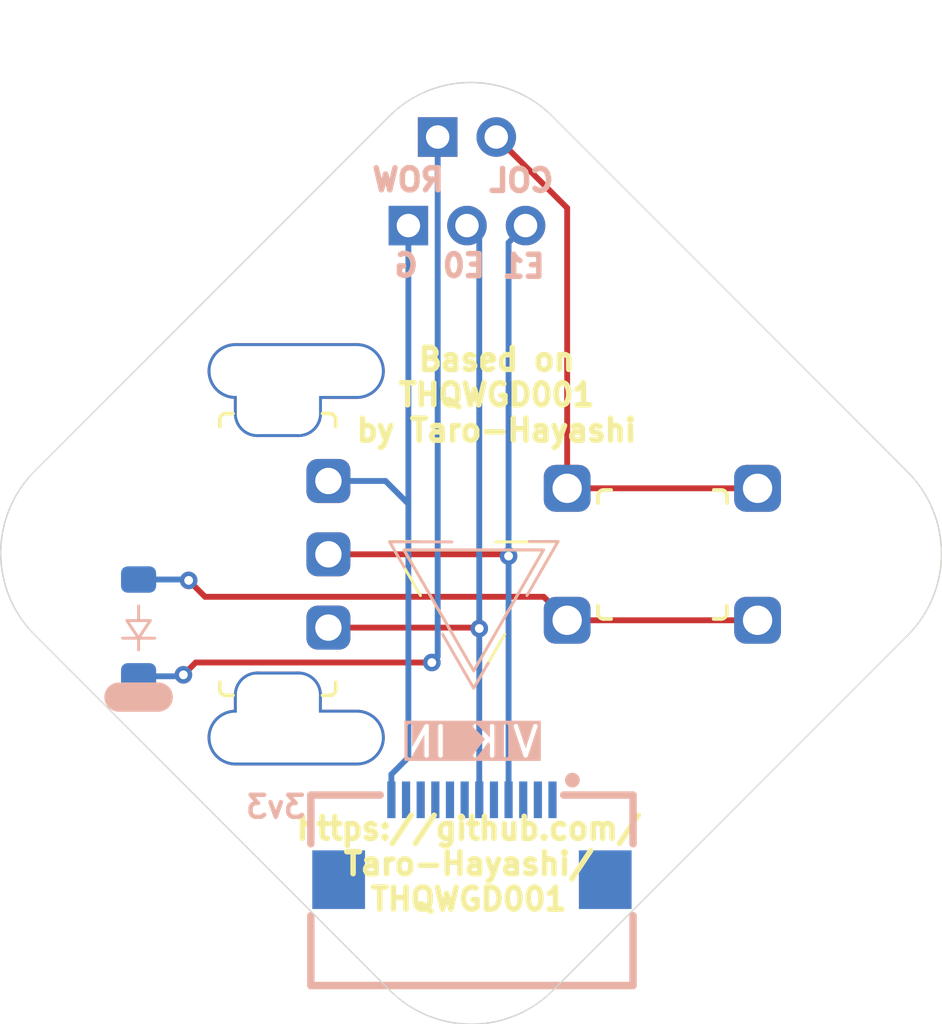
<source format=kicad_pcb>
(kicad_pcb (version 20241229) (generator "pcbnew") (generator_version "9.0")
  (layers (0 "F.Cu" signal) (2 "B.Cu" signal) (13 "F.Paste" user) (15 "B.Paste" user) (5 "F.SilkS" user "F.Silkscreen") (7 "B.SilkS" user "B.Silkscreen") (1 "F.Mask" user) (3 "B.Mask" user) (25 "Edge.Cuts" user))
  (net 0 "")
  (net 1 "ROW")
  (net 2 "Net-(D1-A)")
  (net 4 "ENC1")
  (net 8 "GND")
  (net 14 "ENC0")
  (net 15 "COL")
  (footprint "Connector_PinHeader_2.00mm:PinHeader_1x02_P2.00mm_Vertical" (layer "F.Cu") (at 125.23 69.79 90)
    (property "Reference" "J2" (hide yes))
    (property "Value" "Conn_01x02")
    (pad "1" thru_hole rect (at 0 0 90) (size 1.35 1.35) (drill 0.8) (layers "*.Cu" "*.Mask") (net 1 "ROW"))
    (pad "2" thru_hole circle (at 0 2 90) (size 1.35 1.35) (drill 0.8) (layers "*.Cu" "*.Mask") (net 15 "COL"))
  )
  (footprint "MountingHole:MountingHole_2.2mm_M2_ISO7380" (layer "F.Cu") (at 112.595129 82.848498 45)
    (property "Reference" "REF**" (hide yes))
    (property "Value" "MountingHole_2.2mm_M2_ISO7380" (hide yes))
    (pad "" np_thru_hole circle (at 0 0 45) (size 2.2 2.2) (drill 2.2) (layers "*.Cu" "*.Mask"))
  )
  (footprint "THQWGD001-RollerVIK:THQWGD001C [4pin] #1" (layer "F.Cu") (at 126.4 84.02)
    (property "Reference" "R1" (hide yes))
    (property "Value" "~" (hide yes))
    (fp_line (start -8.605 -4.6) (end -8.605 -4.35) (stroke (width 0.127)) (layer "F.SilkS"))
    (fp_line (start -8.605 4.61) (end -8.605 4.36) (stroke (width 0.127)) (layer "F.SilkS"))
    (fp_line (start -8.405 -4.8) (end -8.155 -4.8) (stroke (width 0.127)) (layer "F.SilkS"))
    (fp_line (start -8.405 4.81) (end -8.155 4.81) (stroke (width 0.127)) (layer "F.SilkS"))
    (fp_line (start -4.85 -4.8) (end -5.1 -4.8) (stroke (width 0.127)) (layer "F.SilkS"))
    (fp_line (start -4.85 4.81) (end -5.1 4.81) (stroke (width 0.127)) (layer "F.SilkS"))
    (fp_line (start -4.65 -4.6) (end -4.65 -4.35) (stroke (width 0.127)) (layer "F.SilkS"))
    (fp_line (start -4.65 4.61) (end -4.65 4.36) (stroke (width 0.127)) (layer "F.SilkS"))
    (fp_line (start 4.3 -1.995) (end 4.3 -1.745) (stroke (width 0.127)) (layer "F.SilkS"))
    (fp_line (start 4.3 2.005) (end 4.3 1.755) (stroke (width 0.127)) (layer "F.SilkS"))
    (fp_line (start 4.5 -2.195) (end 4.75 -2.195) (stroke (width 0.127)) (layer "F.SilkS"))
    (fp_line (start 4.5 2.205) (end 4.75 2.205) (stroke (width 0.127)) (layer "F.SilkS"))
    (fp_line (start 8.5 2.205) (end 8.25 2.205) (stroke (width 0.127)) (layer "F.SilkS"))
    (fp_line (start 8.506904 -2.195) (end 8.256904 -2.195) (stroke (width 0.127)) (layer "F.SilkS"))
    (fp_line (start 8.7 2.005) (end 8.7 1.755) (stroke (width 0.127)) (layer "F.SilkS"))
    (fp_line (start 8.706904 -1.995) (end 8.706904 -1.745) (stroke (width 0.127)) (layer "F.SilkS"))
    (fp_arc (start -8.605 -4.6) (mid -8.546421 -4.741421) (end -8.405 -4.8) (stroke (width 0.127)) (layer "F.SilkS"))
    (fp_arc (start -8.405 4.81) (mid -8.54642 4.75142) (end -8.605 4.61) (stroke (width 0.127)) (layer "F.SilkS"))
    (fp_arc (start -4.85 -4.8) (mid -4.70858 -4.74142) (end -4.65 -4.6) (stroke (width 0.127)) (layer "F.SilkS"))
    (fp_arc (start -4.65 4.61) (mid -4.708579 4.751421) (end -4.85 4.81) (stroke (width 0.127)) (layer "F.SilkS"))
    (fp_arc (start 4.3 -1.995) (mid 4.358579 -2.136421) (end 4.5 -2.195) (stroke (width 0.127)) (layer "F.SilkS"))
    (fp_arc (start 4.500001 2.204999) (mid 4.358579 2.146421) (end 4.300001 2.004999) (stroke (width 0.127)) (layer "F.SilkS"))
    (fp_arc (start 8.506904 -2.195) (mid 8.648323 -2.13642) (end 8.706904 -1.995) (stroke (width 0.127)) (layer "F.SilkS"))
    (fp_arc (start 8.7 2.005) (mid 8.641421 2.146421) (end 8.5 2.205) (stroke (width 0.127)) (layer "F.SilkS"))
    (pad "" thru_hole oval (at -7.325 -5.1 270) (size 2.2 1.6) (drill oval 2 1.4) (layers "*.Cu" "*.Mask"))
    (pad "" thru_hole oval (at -7.325 5.1 270) (size 2.2 1.6) (drill oval 2 1.4) (layers "*.Cu" "*.Mask"))
    (pad "" thru_hole oval (at -6.625 -4.8 180) (size 3 1.6) (drill oval 2.8 1.4) (layers "*.Cu" "*.Mask"))
    (pad "" thru_hole oval (at -6.625 4.8) (size 3 1.6) (drill oval 2.8 1.4) (layers "*.Cu" "*.Mask"))
    (pad "" thru_hole oval (at -6 -6.25 270) (size 1.9 6.05) (drill oval 1.7 5.85) (layers "*.Cu" "*.Mask"))
    (pad "" thru_hole oval (at -6 6.25 270) (size 1.9 6.05) (drill oval 1.7 5.85) (layers "*.Cu" "*.Mask"))
    (pad "" thru_hole oval (at -5.925 5.1 270) (size 2.2 1.6) (drill oval 2 1.4) (layers "*.Cu" "*.Mask"))
    (pad "" thru_hole oval (at -5.92 -5.1 270) (size 2.2 1.6) (drill oval 2 1.4) (layers "*.Cu" "*.Mask"))
    (pad "" np_thru_hole circle (at 7 -5) (size 2.05 2.05) (drill 2.05) (layers "*.Cu" "*.Mask"))
    (pad "" np_thru_hole circle (at 7 5) (size 2.05 2.05) (drill 2.05) (layers "*.Cu" "*.Mask"))
    (pad "1" thru_hole roundrect (at 3.25 -2.25) (size 1.6 1.6) (drill 1) (layers "*.Cu" "B.Mask") (net 15 "COL"))
    (pad "1" thru_hole roundrect (at 9.75 -2.25) (size 1.6 1.6) (drill 1) (layers "*.Cu" "B.Mask") (net 15 "COL"))
    (pad "2" thru_hole roundrect (at 3.25 2.25) (size 1.6 1.6) (drill 1) (layers "*.Cu" "B.Mask") (net 2 "Net-(D1-A)"))
    (pad "2" thru_hole roundrect (at 9.75 2.25) (size 1.6 1.6) (drill 1) (layers "*.Cu" "B.Mask") (net 2 "Net-(D1-A)"))
    (pad "A" thru_hole roundrect (at -4.9 2.5 90) (size 1.5 1.5) (drill 0.9) (layers "*.Cu" "B.Mask") (net 14 "ENC0"))
    (pad "B" thru_hole roundrect (at -4.9 0 90) (size 1.5 1.5) (drill 0.9) (layers "*.Cu" "B.Mask") (net 4 "ENC1"))
    (pad "C" thru_hole roundrect (at -4.9 -2.5 90) (size 1.5 1.5) (drill 0.9) (layers "*.Cu" "B.Mask") (net 8 "GND"))
  )
  (footprint "THQWGD001-RollerVIK:vik-logo-small" (layer "F.Cu") (at 126.46 85.39)
    (property "Reference" "REF**")
    (property "Value" "vik-logo-small")
    (fp_line (start -2.880161 -1.806346) (end -1.892323 -1.805976) (stroke (width 0.1)) (layer "F.SilkS"))
    (fp_line (start -2.383804 -1.52) (end 2.38 -1.52) (stroke (width 0.1)) (layer "F.SilkS"))
    (fp_line (start -1.815689 0.036813) (end -2.880161 -1.806346) (stroke (width 0.1)) (layer "F.SilkS"))
    (fp_line (start -0.001902 2.605575) (end -2.383804 -1.52) (stroke (width 0.1)) (layer "F.SilkS"))
    (fp_line (start 0.000114 3.195112) (end -0.493459 2.339419) (stroke (width 0.1)) (layer "F.SilkS"))
    (fp_line (start 0.741256 -1.793386) (end 2.869715 -1.793686) (stroke (width 0.1)) (layer "F.SilkS"))
    (fp_line (start 1.064084 1.351662) (end 0.000114 3.195112) (stroke (width 0.1)) (layer "F.SilkS"))
    (fp_line (start 2.38 -1.52) (end -0.001902 2.605575) (stroke (width 0.1)) (layer "F.SilkS"))
    (fp_line (start 2.869715 -1.793686) (end 2.375449 -0.938393) (stroke (width 0.1)) (layer "F.SilkS"))
  )
  (footprint "Connector_PinHeader_2.00mm:PinHeader_1x03_P2.00mm_Vertical" (layer "F.Cu") (at 124.23 72.81 90)
    (property "Reference" "J3" (hide yes))
    (property "Value" "Conn_01x03")
    (pad "1" thru_hole rect (at 0 0 90) (size 1.35 1.35) (drill 0.8) (layers "*.Cu" "*.Mask") (net 8 "GND"))
    (pad "2" thru_hole circle (at 0 2 90) (size 1.35 1.35) (drill 0.8) (layers "*.Cu" "*.Mask") (net 14 "ENC0"))
    (pad "3" thru_hole circle (at 0 4 90) (size 1.35 1.35) (drill 0.8) (layers "*.Cu" "*.Mask") (net 4 "ENC1"))
  )
  (footprint "MountingHole:MountingHole_2.2mm_M2_ISO7380" (layer "F.Cu") (at 140.158152 84.969818 135)
    (property "Reference" "REF**" (hide yes))
    (property "Value" "MountingHole_2.2mm_M2_ISO7380" (hide yes))
    (pad "" np_thru_hole circle (at 0 0 135) (size 2.2 2.2) (drill 2.2) (layers "*.Cu" "*.Mask"))
  )
  (footprint "THQWGD001-RollerVIK:vik-module-connector-horizontal" (layer "B.Cu") (at 126.4 94.43 180)
    (property "Reference" "J1" (hide yes))
    (property "Value" "vik-module-connector")
    (fp_line (start 5.5 2.2) (end 3.131 2.2) (stroke (width 0.254)) (layer "B.SilkS"))
    (fp_line (start 5.5 0.539) (end 5.5 2.2) (stroke (width 0.254)) (layer "B.SilkS"))
    (fp_line (start 5.5 -4.295) (end 5.5 -1.912) (stroke (width 0.254)) (layer "B.SilkS"))
    (fp_line (start 5.5 -4.295) (end -5.5 -4.295) (stroke (width 0.254)) (layer "B.SilkS"))
    (fp_line (start -5.5 2.2) (end -3.131 2.2) (stroke (width 0.254)) (layer "B.SilkS"))
    (fp_line (start -5.5 0.539) (end -5.5 2.2) (stroke (width 0.254)) (layer "B.SilkS"))
    (fp_line (start -5.5 -4.295) (end -5.5 -1.912) (stroke (width 0.254)) (layer "B.SilkS"))
    (fp_circle (center -3.429 2.708) (end -3.302 2.708) (stroke (width 0.254)) (fill no) (layer "B.SilkS"))
    (fp_text user "VIK IN" (at -2.36 3.42 0) (layer "B.SilkS" knockout) (effects (justify left bottom mirror)))
    (fp_text user "3v3" (at 5.6 1.36 0) (layer "B.SilkS") (effects (font (size 0.75 0.75)) (justify left bottom mirror)))
    (pad "1" smd rect (at -2.75 2.038 180) (size 0.28 1.25) (layers "B.Cu" "B.Mask" "B.Paste"))
    (pad "2" smd rect (at -2.25 2.038 180) (size 0.28 1.25) (layers "B.Cu" "B.Mask" "B.Paste"))
    (pad "3" smd rect (at -1.75 2.038 180) (size 0.28 1.25) (layers "B.Cu" "B.Mask" "B.Paste"))
    (pad "4" smd rect (at -1.25 2.038 180) (size 0.28 1.25) (layers "B.Cu" "B.Mask" "B.Paste") (net 4 "ENC1"))
    (pad "5" smd rect (at -0.75 2.038 180) (size 0.28 1.25) (layers "B.Cu" "B.Mask" "B.Paste"))
    (pad "6" smd rect (at -0.25 2.038 180) (size 0.28 1.25) (layers "B.Cu" "B.Mask" "B.Paste") (net 14 "ENC0"))
    (pad "7" smd rect (at 0.25 2.038 180) (size 0.28 1.25) (layers "B.Cu" "B.Mask" "B.Paste"))
    (pad "8" smd rect (at 0.75 2.038 180) (size 0.28 1.25) (layers "B.Cu" "B.Mask" "B.Paste"))
    (pad "9" smd rect (at 1.25 2.038 180) (size 0.28 1.25) (layers "B.Cu" "B.Mask" "B.Paste"))
    (pad "10" smd rect (at 1.75 2.038 180) (size 0.28 1.25) (layers "B.Cu" "B.Mask" "B.Paste"))
    (pad "11" smd rect (at 2.25 2.038 180) (size 0.28 1.25) (layers "B.Cu" "B.Mask" "B.Paste"))
    (pad "12" smd rect (at 2.75 2.038 180) (size 0.28 1.25) (layers "B.Cu" "B.Mask" "B.Paste") (net 8 "GND"))
    (pad "13" smd rect (at 4.55 -0.686 180) (size 1.8 2) (layers "B.Cu" "B.Mask" "B.Paste"))
    (pad "14" smd rect (at -4.55 -0.686 180) (size 1.8 2) (layers "B.Cu" "B.Mask" "B.Paste"))
  )
  (footprint "Diode_SMD:D_SOD-123" (layer "B.Cu") (at 115.02 86.53 90)
    (property "Reference" "D1" (hide yes))
    (property "Value" "D")
    (fp_line (start 0.25 -0.4) (end -0.35 0) (stroke (width 0.1)) (layer "B.SilkS"))
    (fp_line (start 0.25 0) (end 0.75 0) (stroke (width 0.1)) (layer "B.SilkS"))
    (fp_line (start -0.35 0) (end -0.35 -0.55) (stroke (width 0.1)) (layer "B.SilkS"))
    (fp_line (start -0.35 0) (end 0.25 0.4) (stroke (width 0.1)) (layer "B.SilkS"))
    (fp_line (start -0.35 0) (end -0.35 0.55) (stroke (width 0.1)) (layer "B.SilkS"))
    (fp_line (start -0.75 0) (end -0.35 0) (stroke (width 0.1)) (layer "B.SilkS"))
    (fp_line (start 0.25 0.4) (end 0.25 -0.4) (stroke (width 0.1)) (layer "B.SilkS"))
    (fp_line (start -2.36 0.67) (end -2.36 -0.67) (stroke (width 1)) (layer "B.SilkS"))
    (pad "1" smd roundrect (at -1.65 0 90) (size 0.9 1.2) (layers "B.Cu" "B.Mask" "B.Paste") (net 1 "ROW"))
    (pad "2" smd roundrect (at 1.65 0 90) (size 0.9 1.2) (layers "B.Cu" "B.Mask" "B.Paste") (net 2 "Net-(D1-A)"))
  )
  (footprint "THQWGD001-RollerVIK:vik-logo-small" (layer "B.Cu") (at 126.46 85.39 180)
    (property "Reference" "REF**")
    (property "Value" "vik-logo-small")
    (fp_line (start 2.869715 1.793686) (end 2.375449 0.938393) (stroke (width 0.1)) (layer "B.SilkS"))
    (fp_line (start 2.38 1.52) (end -0.001902 -2.605575) (stroke (width 0.1)) (layer "B.SilkS"))
    (fp_line (start 1.064084 -1.351662) (end 0.000114 -3.195112) (stroke (width 0.1)) (layer "B.SilkS"))
    (fp_line (start 0.741256 1.793386) (end 2.869715 1.793686) (stroke (width 0.1)) (layer "B.SilkS"))
    (fp_line (start 0.000114 -3.195112) (end -0.493459 -2.339419) (stroke (width 0.1)) (layer "B.SilkS"))
    (fp_line (start -0.001902 -2.605575) (end -2.383804 1.52) (stroke (width 0.1)) (layer "B.SilkS"))
    (fp_line (start -1.815689 -0.036813) (end -2.880161 1.806346) (stroke (width 0.1)) (layer "B.SilkS"))
    (fp_line (start -2.383804 1.52) (end 2.38 1.52) (stroke (width 0.1)) (layer "B.SilkS"))
    (fp_line (start -2.880161 1.806346) (end -1.892323 1.805976) (stroke (width 0.1)) (layer "B.SilkS"))
  )
  (gr_arc (start 141.272882 81.210894) (mid 142.4269 83.996895) (end 141.272882 86.782895) (stroke (width 0.05)) (layer "Edge.Cuts"))
  (gr_line (start 111.468331 86.761682) (end 123.595212 98.888564) (stroke (width 0.05)) (layer "Edge.Cuts"))
  (gr_line (start 129.167213 98.888564) (end 141.272882 86.782895) (stroke (width 0.05)) (layer "Edge.Cuts"))
  (gr_arc (start 129.167213 98.888564) (mid 126.381213 100.04255) (end 123.595212 98.888564) (stroke (width 0.05)) (layer "Edge.Cuts"))
  (gr_line (start 123.573999 69.084013) (end 111.468331 81.189681) (stroke (width 0.05)) (layer "Edge.Cuts"))
  (gr_line (start 141.272882 81.210894) (end 129.146 69.084013) (stroke (width 0.05)) (layer "Edge.Cuts"))
  (gr_arc (start 111.468331 86.761682) (mid 110.314332 83.975682) (end 111.468331 81.189681) (stroke (width 0.05)) (layer "Edge.Cuts"))
  (gr_arc (start 123.573999 69.084013) (mid 126.36 67.93) (end 129.146 69.084013) (stroke (width 0.05)) (layer "Edge.Cuts"))
  (gr_text "https://github.com/\nTaro-Hayashi/\nTHQWGD001" (at 126.29 96.22 0) (layer "F.SilkS") (effects (font (size 0.75 0.75) (thickness 0.1875) (bold yes)) (justify bottom)))
  (gr_text "Based on\nTHQWGD001\nby Taro-Hayashi" (at 127.24 80.23 0) (layer "F.SilkS") (effects (font (size 0.75 0.75) (thickness 0.1875) (bold yes)) (justify bottom)))
  (gr_text "ROW" (at 125.54 71.69 0) (layer "B.SilkS") (effects (font (size 0.75 0.75) (thickness 0.1875) (bold yes)) (justify left bottom mirror)))
  (gr_text "E1" (at 128.98361 74.638635 0) (layer "B.SilkS") (effects (font (size 0.75 0.75) (thickness 0.1875) (bold yes)) (justify left bottom mirror)))
  (gr_text "G" (at 124.656116 74.610351 0) (layer "B.SilkS") (effects (font (size 0.75 0.75) (thickness 0.1875) (bold yes)) (justify left bottom mirror)))
  (gr_text "COL" (at 129.280594 71.711213 0) (layer "B.SilkS") (effects (font (size 0.75 0.75) (thickness 0.1875) (bold yes)) (justify left bottom mirror)))
  (gr_text "E0" (at 126.940071 74.617422 0) (layer "B.SilkS") (effects (font (size 0.75 0.75) (thickness 0.1875) (bold yes)) (justify left bottom mirror)))
  (segment (start 116.55 88.13) (end 116.97 87.71) (width 0.2) (layer "F.Cu") (net 1))
  (segment (start 116.97 87.71) (end 125.03 87.71) (width 0.2) (layer "F.Cu") (net 1))
  (via (at 116.55 88.13) (size 0.6) (drill 0.3) (layers "F.Cu" "B.Cu") (net 1))
  (via (at 125.03 87.71) (size 0.6) (drill 0.3) (layers "F.Cu" "B.Cu") (net 1))
  (segment (start 125.23 87.51) (end 125.23 69.79) (width 0.2) (layer "B.Cu") (net 1))
  (segment (start 116.5 88.18) (end 116.55 88.13) (width 0.2) (layer "B.Cu") (net 1))
  (segment (start 125.03 87.71) (end 125.23 87.51) (width 0.2) (layer "B.Cu") (net 1))
  (segment (start 115.02 88.18) (end 116.5 88.18) (width 0.2) (layer "B.Cu") (net 1))
  (segment (start 136.15 86.27) (end 129.65 86.27) (width 0.2) (layer "F.Cu") (net 2))
  (segment (start 128.849 85.469) (end 129.65 86.27) (width 0.2) (layer "F.Cu") (net 2))
  (segment (start 117.289 85.469) (end 128.849 85.469) (width 0.2) (layer "F.Cu") (net 2))
  (segment (start 116.73 84.91) (end 117.289 85.469) (width 0.2) (layer "F.Cu") (net 2))
  (via (at 116.73 84.91) (size 0.6) (drill 0.3) (layers "F.Cu" "B.Cu") (net 2))
  (segment (start 116.7 84.88) (end 116.73 84.91) (width 0.2) (layer "B.Cu") (net 2))
  (segment (start 115.02 84.88) (end 116.7 84.88) (width 0.2) (layer "B.Cu") (net 2))
  (segment (start 121.5 84.02) (end 127.59 84.02) (width 0.2) (layer "F.Cu") (net 4))
  (segment (start 127.59 84.02) (end 127.65 84.08) (width 0.2) (layer "F.Cu") (net 4))
  (via (at 127.65 84.08) (size 0.6) (drill 0.3) (layers "F.Cu" "B.Cu") (net 4))
  (segment (start 127.65 73.39) (end 127.65 84.08) (width 0.2) (layer "B.Cu") (net 4))
  (segment (start 127.65 84.08) (end 127.65 92.392) (width 0.2) (layer "B.Cu") (net 4))
  (segment (start 128.23 72.81) (end 127.65 73.39) (width 0.2) (layer "B.Cu") (net 4))
  (segment (start 123.65 91.525) (end 123.65 92.392) (width 0.2) (layer "B.Cu") (net 8))
  (segment (start 124.23 82.3) (end 124.23 90.945) (width 0.2) (layer "B.Cu") (net 8))
  (segment (start 124.23 90.945) (end 123.65 91.525) (width 0.2) (layer "B.Cu") (net 8))
  (segment (start 121.5 81.52) (end 123.45 81.52) (width 0.2) (layer "B.Cu") (net 8))
  (segment (start 124.23 72.81) (end 124.23 82.3) (width 0.2) (layer "B.Cu") (net 8))
  (segment (start 123.45 81.52) (end 124.23 82.3) (width 0.2) (layer "B.Cu") (net 8))
  (segment (start 126.62 86.52) (end 126.65 86.55) (width 0.2) (layer "F.Cu") (net 14))
  (segment (start 121.5 86.52) (end 126.62 86.52) (width 0.2) (layer "F.Cu") (net 14))
  (via (at 126.65 86.55) (size 0.6) (drill 0.3) (layers "F.Cu" "B.Cu") (net 14))
  (segment (start 126.23 72.81) (end 126.65 73.23) (width 0.2) (layer "B.Cu") (net 14))
  (segment (start 126.65 73.23) (end 126.65 86.55) (width 0.2) (layer "B.Cu") (net 14))
  (segment (start 126.65 86.55) (end 126.65 92.392) (width 0.2) (layer "B.Cu") (net 14))
  (segment (start 136.15 81.77) (end 129.65 81.77) (width 0.2) (layer "F.Cu") (net 15))
  (segment (start 129.65 72.21) (end 129.65 81.77) (width 0.2) (layer "F.Cu") (net 15))
  (segment (start 127.23 69.79) (end 129.65 72.21) (width 0.2) (layer "F.Cu") (net 15))
)
</source>
